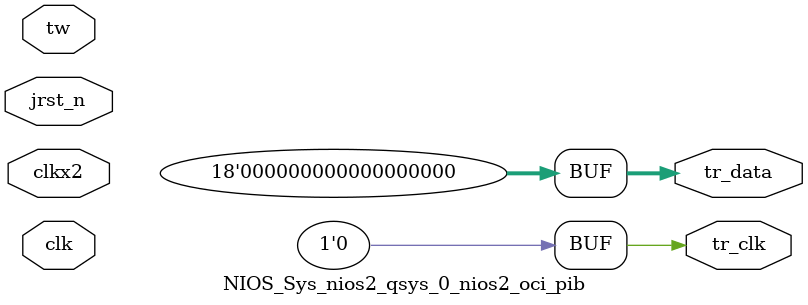
<source format=v>
module NIOS_Sys_nios2_qsys_0_nios2_oci_pib (
                                              clk,
                                              clkx2,
                                              jrst_n,
                                              tw,
                                              tr_clk,
                                              tr_data
                                           )
;
  output           tr_clk;
  output  [ 17: 0] tr_data;
  input            clk;
  input            clkx2;
  input            jrst_n;
  input   [ 35: 0] tw;
  wire             phase;
  wire             tr_clk;
  reg              tr_clk_reg ;
  wire    [ 17: 0] tr_data;
  reg     [ 17: 0] tr_data_reg ;
  reg              x1 ;
  reg              x2 ;
  assign phase = x1^x2;
  always @(posedge clk or negedge jrst_n)
    begin
      if (jrst_n == 0)
          x1 <= 0;
      else 
        x1 <= ~x1;
    end
  always @(posedge clkx2 or negedge jrst_n)
    begin
      if (jrst_n == 0)
        begin
          x2 <= 0;
          tr_clk_reg <= 0;
          tr_data_reg <= 0;
        end
      else 
        begin
          x2 <= x1;
          tr_clk_reg <= ~phase;
          tr_data_reg <= phase ?   tw[17 : 0] :   tw[35 : 18];
        end
    end
  assign tr_clk = 0 ? tr_clk_reg : 0;
  assign tr_data = 0 ? tr_data_reg : 0;
endmodule
</source>
